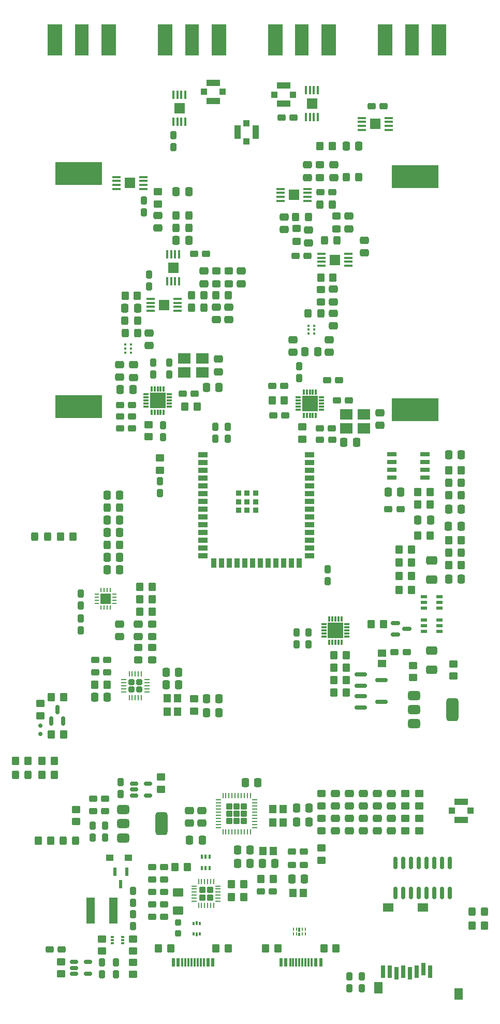
<source format=gbr>
%TF.GenerationSoftware,KiCad,Pcbnew,8.0.7*%
%TF.CreationDate,2025-02-17T14:25:55+00:00*%
%TF.ProjectId,PCB V3.1,50434220-5633-42e3-912e-6b696361645f,rev?*%
%TF.SameCoordinates,Original*%
%TF.FileFunction,Paste,Top*%
%TF.FilePolarity,Positive*%
%FSLAX46Y46*%
G04 Gerber Fmt 4.6, Leading zero omitted, Abs format (unit mm)*
G04 Created by KiCad (PCBNEW 8.0.7) date 2025-02-17 14:25:55*
%MOMM*%
%LPD*%
G01*
G04 APERTURE LIST*
G04 Aperture macros list*
%AMRoundRect*
0 Rectangle with rounded corners*
0 $1 Rounding radius*
0 $2 $3 $4 $5 $6 $7 $8 $9 X,Y pos of 4 corners*
0 Add a 4 corners polygon primitive as box body*
4,1,4,$2,$3,$4,$5,$6,$7,$8,$9,$2,$3,0*
0 Add four circle primitives for the rounded corners*
1,1,$1+$1,$2,$3*
1,1,$1+$1,$4,$5*
1,1,$1+$1,$6,$7*
1,1,$1+$1,$8,$9*
0 Add four rect primitives between the rounded corners*
20,1,$1+$1,$2,$3,$4,$5,0*
20,1,$1+$1,$4,$5,$6,$7,0*
20,1,$1+$1,$6,$7,$8,$9,0*
20,1,$1+$1,$8,$9,$2,$3,0*%
G04 Aperture macros list end*
%ADD10RoundRect,0.250000X-0.400000X-0.275000X0.400000X-0.275000X0.400000X0.275000X-0.400000X0.275000X0*%
%ADD11RoundRect,0.250000X-0.450000X0.350000X-0.450000X-0.350000X0.450000X-0.350000X0.450000X0.350000X0*%
%ADD12RoundRect,0.250000X-0.325000X-0.450000X0.325000X-0.450000X0.325000X0.450000X-0.325000X0.450000X0*%
%ADD13R,0.450000X1.400000*%
%ADD14R,1.750000X1.750000*%
%ADD15RoundRect,0.250000X0.450000X-0.325000X0.450000X0.325000X-0.450000X0.325000X-0.450000X-0.325000X0*%
%ADD16RoundRect,0.250000X-0.350000X-0.450000X0.350000X-0.450000X0.350000X0.450000X-0.350000X0.450000X0*%
%ADD17R,1.528000X0.650000*%
%ADD18RoundRect,0.250000X-0.337500X-0.475000X0.337500X-0.475000X0.337500X0.475000X-0.337500X0.475000X0*%
%ADD19RoundRect,0.250000X0.275000X-0.400000X0.275000X0.400000X-0.275000X0.400000X-0.275000X-0.400000X0*%
%ADD20RoundRect,0.250000X0.400000X0.275000X-0.400000X0.275000X-0.400000X-0.275000X0.400000X-0.275000X0*%
%ADD21RoundRect,0.237500X0.237500X-0.287500X0.237500X0.287500X-0.237500X0.287500X-0.237500X-0.287500X0*%
%ADD22R,1.000000X1.000000*%
%ADD23R,2.200000X1.050000*%
%ADD24R,2.100000X1.800000*%
%ADD25RoundRect,0.250000X0.350000X0.450000X-0.350000X0.450000X-0.350000X-0.450000X0.350000X-0.450000X0*%
%ADD26RoundRect,0.250000X-0.450000X0.325000X-0.450000X-0.325000X0.450000X-0.325000X0.450000X0.325000X0*%
%ADD27RoundRect,0.250000X0.475000X-0.337500X0.475000X0.337500X-0.475000X0.337500X-0.475000X-0.337500X0*%
%ADD28RoundRect,0.100000X0.100000X-0.225000X0.100000X0.225000X-0.100000X0.225000X-0.100000X-0.225000X0*%
%ADD29RoundRect,0.250000X0.337500X0.475000X-0.337500X0.475000X-0.337500X-0.475000X0.337500X-0.475000X0*%
%ADD30RoundRect,0.250000X-0.475000X0.337500X-0.475000X-0.337500X0.475000X-0.337500X0.475000X0.337500X0*%
%ADD31R,1.400000X0.450000*%
%ADD32RoundRect,0.250000X0.325000X0.450000X-0.325000X0.450000X-0.325000X-0.450000X0.325000X-0.450000X0*%
%ADD33R,0.950000X0.300000*%
%ADD34R,0.300000X0.950000*%
%ADD35R,2.500000X2.500000*%
%ADD36RoundRect,0.250000X-0.275000X0.400000X-0.275000X-0.400000X0.275000X-0.400000X0.275000X0.400000X0*%
%ADD37RoundRect,0.162500X-0.837500X-0.162500X0.837500X-0.162500X0.837500X0.162500X-0.837500X0.162500X0*%
%ADD38RoundRect,0.250000X-0.275000X-0.275000X0.275000X-0.275000X0.275000X0.275000X-0.275000X0.275000X0*%
%ADD39RoundRect,0.062500X-0.350000X-0.062500X0.350000X-0.062500X0.350000X0.062500X-0.350000X0.062500X0*%
%ADD40RoundRect,0.062500X-0.062500X-0.350000X0.062500X-0.350000X0.062500X0.350000X-0.062500X0.350000X0*%
%ADD41R,0.600000X1.450000*%
%ADD42R,0.300000X1.450000*%
%ADD43R,0.475000X0.300000*%
%ADD44RoundRect,0.250000X0.450000X-0.350000X0.450000X0.350000X-0.450000X0.350000X-0.450000X-0.350000X0*%
%ADD45R,7.620000X3.810000*%
%ADD46R,1.100000X0.550000*%
%ADD47RoundRect,0.150000X-0.587500X-0.150000X0.587500X-0.150000X0.587500X0.150000X-0.587500X0.150000X0*%
%ADD48R,1.200000X1.400000*%
%ADD49RoundRect,0.250000X0.650000X-0.412500X0.650000X0.412500X-0.650000X0.412500X-0.650000X-0.412500X0*%
%ADD50RoundRect,0.150000X0.200000X-0.150000X0.200000X0.150000X-0.200000X0.150000X-0.200000X-0.150000X0*%
%ADD51R,0.330000X0.410000*%
%ADD52RoundRect,0.250001X0.624999X-0.462499X0.624999X0.462499X-0.624999X0.462499X-0.624999X-0.462499X0*%
%ADD53RoundRect,0.093750X0.093750X-0.156250X0.093750X0.156250X-0.093750X0.156250X-0.093750X-0.156250X0*%
%ADD54RoundRect,0.075000X0.075000X-0.250000X0.075000X0.250000X-0.075000X0.250000X-0.075000X-0.250000X0*%
%ADD55R,1.050000X2.200000*%
%ADD56RoundRect,0.250000X0.279307X-0.279307X0.279307X0.279307X-0.279307X0.279307X-0.279307X-0.279307X0*%
%ADD57RoundRect,0.062500X0.062500X-0.375000X0.062500X0.375000X-0.062500X0.375000X-0.062500X-0.375000X0*%
%ADD58RoundRect,0.062500X0.375000X-0.062500X0.375000X0.062500X-0.375000X0.062500X-0.375000X-0.062500X0*%
%ADD59R,1.200000X1.450000*%
%ADD60R,0.558800X1.320800*%
%ADD61R,2.290000X5.080000*%
%ADD62R,2.420000X5.080000*%
%ADD63R,1.400000X4.200000*%
%ADD64RoundRect,0.250000X0.255000X-0.255000X0.255000X0.255000X-0.255000X0.255000X-0.255000X-0.255000X0*%
%ADD65RoundRect,0.062500X0.062500X-0.350000X0.062500X0.350000X-0.062500X0.350000X-0.062500X-0.350000X0*%
%ADD66RoundRect,0.062500X0.350000X-0.062500X0.350000X0.062500X-0.350000X0.062500X-0.350000X-0.062500X0*%
%ADD67R,0.800000X2.000000*%
%ADD68R,1.800000X1.400000*%
%ADD69R,1.400000X1.900000*%
%ADD70RoundRect,0.150000X-0.512500X-0.150000X0.512500X-0.150000X0.512500X0.150000X-0.512500X0.150000X0*%
%ADD71RoundRect,0.375000X-0.625000X-0.375000X0.625000X-0.375000X0.625000X0.375000X-0.625000X0.375000X0*%
%ADD72RoundRect,0.500000X-0.500000X-1.400000X0.500000X-1.400000X0.500000X1.400000X-0.500000X1.400000X0*%
%ADD73R,0.250000X0.625000*%
%ADD74R,0.450000X0.700000*%
%ADD75R,0.450000X0.575000*%
%ADD76RoundRect,0.150000X0.150000X-0.825000X0.150000X0.825000X-0.150000X0.825000X-0.150000X-0.825000X0*%
%ADD77RoundRect,0.250000X-0.650000X0.412500X-0.650000X-0.412500X0.650000X-0.412500X0.650000X0.412500X0*%
%ADD78R,1.450000X1.200000*%
%ADD79R,0.254000X0.762000*%
%ADD80R,0.762000X0.254000*%
%ADD81R,1.752600X1.752600*%
%ADD82RoundRect,0.150000X0.150000X-0.587500X0.150000X0.587500X-0.150000X0.587500X-0.150000X-0.587500X0*%
%ADD83R,1.498600X0.889000*%
%ADD84R,0.889000X1.498600*%
%ADD85R,0.889000X0.889000*%
%ADD86R,1.143000X1.092200*%
G04 APERTURE END LIST*
D10*
%TO.C,C24*%
X92628500Y-84339200D03*
X94578500Y-84339200D03*
%TD*%
D11*
%TO.C,R31*%
X94492500Y-134266200D03*
X94492500Y-136266200D03*
%TD*%
D12*
%TO.C,D3*%
X65254500Y-146696200D03*
X67304500Y-146696200D03*
%TD*%
D13*
%TO.C,U13*%
X92034000Y-61554000D03*
X91384000Y-61554000D03*
X90734000Y-61554000D03*
X90084000Y-61554000D03*
X90084000Y-65954000D03*
X90734000Y-65954000D03*
X91384000Y-65954000D03*
X92034000Y-65954000D03*
D14*
X91059000Y-63754000D03*
%TD*%
D15*
%TO.C,L26*%
X115062000Y-49022000D03*
X115062000Y-46972000D03*
%TD*%
D16*
%TO.C,R35*%
X85608500Y-117994200D03*
X87608500Y-117994200D03*
%TD*%
%TO.C,R51*%
X115199500Y-65416200D03*
X117199500Y-65416200D03*
%TD*%
D17*
%TO.C,U19*%
X132245500Y-98055200D03*
X132245500Y-96785200D03*
X132245500Y-95515200D03*
X132245500Y-94245200D03*
X126823500Y-94245200D03*
X126823500Y-95515200D03*
X126823500Y-96785200D03*
X126823500Y-98055200D03*
%TD*%
D18*
%TO.C,C43*%
X96503000Y-136536200D03*
X98578000Y-136536200D03*
%TD*%
D19*
%TO.C,C22*%
X97921500Y-91752500D03*
X97921500Y-89802500D03*
%TD*%
D12*
%TO.C,L18*%
X115815000Y-59309000D03*
X117865000Y-59309000D03*
%TD*%
D20*
%TO.C,C2*%
X89552500Y-165841200D03*
X87602500Y-165841200D03*
%TD*%
D21*
%TO.C,FB1*%
X91879500Y-172558200D03*
X91879500Y-170808200D03*
%TD*%
D16*
%TO.C,R50*%
X131090500Y-100468200D03*
X133090500Y-100468200D03*
%TD*%
D22*
%TO.C,AE6*%
X110623500Y-35487200D03*
D23*
X109123500Y-36962200D03*
D22*
X107623500Y-35487200D03*
D23*
X109123500Y-34012200D03*
%TD*%
D12*
%TO.C,D8*%
X136113500Y-98944200D03*
X138163500Y-98944200D03*
%TD*%
%TO.C,L16*%
X91552500Y-57288200D03*
X93602500Y-57288200D03*
%TD*%
D24*
%TO.C,Y1*%
X92905500Y-80917200D03*
X95805500Y-80917200D03*
X95805500Y-78617200D03*
X92905500Y-78617200D03*
%TD*%
D18*
%TO.C,C26*%
X96471500Y-83323200D03*
X98546500Y-83323200D03*
%TD*%
D25*
%TO.C,R45*%
X119358500Y-129170200D03*
X117358500Y-129170200D03*
%TD*%
D10*
%TO.C,C56*%
X110519500Y-159230500D03*
X112469500Y-159230500D03*
%TD*%
D26*
%TO.C,L6*%
X85354500Y-125859200D03*
X85354500Y-127909200D03*
%TD*%
D27*
%TO.C,C108*%
X116580500Y-77629700D03*
X116580500Y-75554700D03*
%TD*%
D15*
%TO.C,L24*%
X115183500Y-69362200D03*
X115183500Y-67312200D03*
%TD*%
D28*
%TO.C,Q3*%
X95722500Y-161936200D03*
X96372500Y-161936200D03*
X97022500Y-161936200D03*
X97022500Y-160036200D03*
X96372500Y-160036200D03*
X95722500Y-160036200D03*
%TD*%
D29*
%TO.C,C48*%
X91974000Y-131964200D03*
X89899000Y-131964200D03*
%TD*%
D11*
%TO.C,R26*%
X131312500Y-149728200D03*
X131312500Y-151728200D03*
%TD*%
D30*
%TO.C,C53*%
X100164000Y-70183000D03*
X100164000Y-72258000D03*
%TD*%
D16*
%TO.C,R4*%
X71105500Y-140092200D03*
X73105500Y-140092200D03*
%TD*%
D31*
%TO.C,U17*%
X121879000Y-39284000D03*
X121879000Y-39934000D03*
X121879000Y-40584000D03*
X121879000Y-41234000D03*
X126279000Y-41234000D03*
X126279000Y-40584000D03*
X126279000Y-39934000D03*
X126279000Y-39284000D03*
D14*
X124079000Y-40259000D03*
%TD*%
D12*
%TO.C,L21*%
X111116000Y-55499000D03*
X113166000Y-55499000D03*
%TD*%
D32*
%TO.C,L25*%
X121421000Y-49013000D03*
X119371000Y-49013000D03*
%TD*%
D29*
%TO.C,C47*%
X91974000Y-129932200D03*
X89899000Y-129932200D03*
%TD*%
D16*
%TO.C,R44*%
X117358500Y-127138200D03*
X119358500Y-127138200D03*
%TD*%
D20*
%TO.C,C68*%
X84291500Y-90015500D03*
X82341500Y-90015500D03*
%TD*%
D19*
%TO.C,C32*%
X87761500Y-81211500D03*
X87761500Y-79261500D03*
%TD*%
D33*
%TO.C,IC4*%
X115696500Y-122074200D03*
X115696500Y-122574200D03*
X115696500Y-123074200D03*
X115696500Y-123574200D03*
X115696500Y-124074200D03*
D34*
X116596500Y-124974200D03*
X117096500Y-124974200D03*
X117596500Y-124974200D03*
X118096500Y-124974200D03*
X118596500Y-124974200D03*
D33*
X119496500Y-124074200D03*
X119496500Y-123574200D03*
X119496500Y-123074200D03*
X119496500Y-122574200D03*
X119496500Y-122074200D03*
D34*
X118596500Y-121174200D03*
X118096500Y-121174200D03*
X117596500Y-121174200D03*
X117096500Y-121174200D03*
X116596500Y-121174200D03*
D35*
X117596500Y-123074200D03*
%TD*%
D32*
%TO.C,L15*%
X82299500Y-103008200D03*
X80249500Y-103008200D03*
%TD*%
D18*
%TO.C,C104*%
X112622000Y-77481200D03*
X114697000Y-77481200D03*
%TD*%
D36*
%TO.C,C94*%
X86233000Y-52746000D03*
X86233000Y-54696000D03*
%TD*%
D18*
%TO.C,C42*%
X96503000Y-134250200D03*
X98578000Y-134250200D03*
%TD*%
D34*
%TO.C,IC6*%
X112405500Y-87890200D03*
X112905500Y-87890200D03*
X113405500Y-87890200D03*
X113905500Y-87890200D03*
X114405500Y-87890200D03*
D33*
X115305500Y-86990200D03*
X115305500Y-86490200D03*
X115305500Y-85990200D03*
X115305500Y-85490200D03*
X115305500Y-84990200D03*
D34*
X114405500Y-84090200D03*
X113905500Y-84090200D03*
X113405500Y-84090200D03*
X112905500Y-84090200D03*
X112405500Y-84090200D03*
D33*
X111505500Y-84990200D03*
X111505500Y-85490200D03*
X111505500Y-85990200D03*
X111505500Y-86490200D03*
X111505500Y-86990200D03*
D35*
X113405500Y-85990200D03*
%TD*%
D20*
%TO.C,C7*%
X89552500Y-169905200D03*
X87602500Y-169905200D03*
%TD*%
D30*
%TO.C,C97*%
X109220000Y-55477500D03*
X109220000Y-57552500D03*
%TD*%
D20*
%TO.C,C4*%
X89552500Y-167873200D03*
X87602500Y-167873200D03*
%TD*%
D30*
%TO.C,C121*%
X113030000Y-46959500D03*
X113030000Y-49034500D03*
%TD*%
D11*
%TO.C,R20*%
X84513500Y-177287200D03*
X84513500Y-179287200D03*
%TD*%
D27*
%TO.C,C49*%
X85354500Y-124111700D03*
X85354500Y-122036700D03*
%TD*%
D30*
%TO.C,C29*%
X126740500Y-153786700D03*
X126740500Y-155861700D03*
%TD*%
D18*
%TO.C,C99*%
X136101000Y-114692200D03*
X138176000Y-114692200D03*
%TD*%
D37*
%TO.C,Q5*%
X121728500Y-130252200D03*
X121728500Y-132152200D03*
X125148500Y-131202200D03*
%TD*%
D38*
%TO.C,U6*%
X95801500Y-165445200D03*
X95801500Y-166745200D03*
X97101500Y-165445200D03*
X97101500Y-166745200D03*
D39*
X94514000Y-164845200D03*
X94514000Y-165345200D03*
X94514000Y-165845200D03*
X94514000Y-166345200D03*
X94514000Y-166845200D03*
X94514000Y-167345200D03*
D40*
X95201500Y-168032700D03*
X95701500Y-168032700D03*
X96201500Y-168032700D03*
X96701500Y-168032700D03*
X97201500Y-168032700D03*
X97701500Y-168032700D03*
D39*
X98389000Y-167345200D03*
X98389000Y-166845200D03*
X98389000Y-166345200D03*
X98389000Y-165845200D03*
X98389000Y-165345200D03*
X98389000Y-164845200D03*
D40*
X97701500Y-164157700D03*
X97201500Y-164157700D03*
X96701500Y-164157700D03*
X96201500Y-164157700D03*
X95701500Y-164157700D03*
X95201500Y-164157700D03*
%TD*%
D41*
%TO.C,USB_OTG1*%
X108693500Y-177342200D03*
X109493500Y-177342200D03*
D42*
X110693500Y-177342200D03*
X111693500Y-177342200D03*
X112193500Y-177342200D03*
X113193500Y-177342200D03*
D41*
X114393500Y-177342200D03*
X115193500Y-177342200D03*
X115193500Y-177342200D03*
X114393500Y-177342200D03*
D42*
X113693500Y-177342200D03*
X112693500Y-177342200D03*
X111193500Y-177342200D03*
X110193500Y-177342200D03*
D41*
X109493500Y-177342200D03*
X108693500Y-177342200D03*
%TD*%
D16*
%TO.C,R59*%
X72654500Y-107707200D03*
X74654500Y-107707200D03*
%TD*%
D19*
%TO.C,C25*%
X87116500Y-66860500D03*
X87116500Y-64910500D03*
%TD*%
D41*
%TO.C,USB_UART1*%
X91053500Y-177342200D03*
X91853500Y-177342200D03*
D42*
X93053500Y-177342200D03*
X94053500Y-177342200D03*
X94553500Y-177342200D03*
X95553500Y-177342200D03*
D41*
X96753500Y-177342200D03*
X97553500Y-177342200D03*
X97553500Y-177342200D03*
X96753500Y-177342200D03*
D42*
X96053500Y-177342200D03*
X95053500Y-177342200D03*
X93553500Y-177342200D03*
X92553500Y-177342200D03*
D41*
X91853500Y-177342200D03*
X91053500Y-177342200D03*
%TD*%
D43*
%TO.C,IC1*%
X81135500Y-173215200D03*
X81135500Y-173715200D03*
X81135500Y-174215200D03*
X82811500Y-174215200D03*
X82811500Y-173715200D03*
X82811500Y-173215200D03*
%TD*%
D26*
%TO.C,L9*%
X115310500Y-149719200D03*
X115310500Y-151769200D03*
%TD*%
D32*
%TO.C,L22*%
X117103000Y-53467000D03*
X115053000Y-53467000D03*
%TD*%
D18*
%TO.C,C84*%
X91540000Y-51319200D03*
X93615000Y-51319200D03*
%TD*%
D30*
%TO.C,C38*%
X117596500Y-153770700D03*
X117596500Y-155845700D03*
%TD*%
D25*
%TO.C,R16*%
X71606500Y-144410200D03*
X69606500Y-144410200D03*
%TD*%
D44*
%TO.C,R21*%
X130296500Y-130797200D03*
X130296500Y-128797200D03*
%TD*%
D18*
%TO.C,C69*%
X80237000Y-113168200D03*
X82312000Y-113168200D03*
%TD*%
D29*
%TO.C,C44*%
X107722000Y-161135500D03*
X105647000Y-161135500D03*
%TD*%
D15*
%TO.C,L11*%
X98132000Y-66382000D03*
X98132000Y-64332000D03*
%TD*%
D16*
%TO.C,R18*%
X100604500Y-164564500D03*
X102604500Y-164564500D03*
%TD*%
D45*
%TO.C,AE4*%
X130623500Y-48887200D03*
X130623500Y-86987200D03*
%TD*%
D20*
%TO.C,C14*%
X89552500Y-161777200D03*
X87602500Y-161777200D03*
%TD*%
D25*
%TO.C,R53*%
X117078000Y-43933000D03*
X115078000Y-43933000D03*
%TD*%
D19*
%TO.C,C17*%
X119882500Y-181580200D03*
X119882500Y-179630200D03*
%TD*%
D18*
%TO.C,C81*%
X80237000Y-100976200D03*
X82312000Y-100976200D03*
%TD*%
D45*
%TO.C,AE2*%
X75623500Y-48417200D03*
X75623500Y-86517200D03*
%TD*%
D30*
%TO.C,C90*%
X124835500Y-87492700D03*
X124835500Y-89567700D03*
%TD*%
D31*
%TO.C,U14*%
X115275000Y-61509000D03*
X115275000Y-62159000D03*
X115275000Y-62809000D03*
X115275000Y-63459000D03*
X119675000Y-63459000D03*
X119675000Y-62809000D03*
X119675000Y-62159000D03*
X119675000Y-61509000D03*
D14*
X117475000Y-62484000D03*
%TD*%
D20*
%TO.C,C13*%
X89552500Y-163809200D03*
X87602500Y-163809200D03*
%TD*%
D32*
%TO.C,L13*%
X85220500Y-72401200D03*
X83170500Y-72401200D03*
%TD*%
D46*
%TO.C,IC7*%
X132044500Y-117552200D03*
X132044500Y-118502200D03*
X132044500Y-119452200D03*
X134644500Y-119452200D03*
X134644500Y-118502200D03*
X134644500Y-117552200D03*
%TD*%
D29*
%TO.C,C115*%
X138176000Y-94372200D03*
X136101000Y-94372200D03*
%TD*%
D16*
%TO.C,R54*%
X131074500Y-107580200D03*
X133074500Y-107580200D03*
%TD*%
D18*
%TO.C,C23*%
X78215000Y-133996200D03*
X80290000Y-133996200D03*
%TD*%
D47*
%TO.C,Q7*%
X127405500Y-121870200D03*
X127405500Y-123770200D03*
X129280500Y-122820200D03*
%TD*%
D48*
%TO.C,Y2*%
X91786500Y-136366200D03*
X91786500Y-134166200D03*
X90086500Y-134166200D03*
X90086500Y-136366200D03*
%TD*%
D25*
%TO.C,R49*%
X138138500Y-96912200D03*
X136138500Y-96912200D03*
%TD*%
D49*
%TO.C,C98*%
X133344500Y-114730700D03*
X133344500Y-111605700D03*
%TD*%
D37*
%TO.C,Q6*%
X121728500Y-133808200D03*
X121728500Y-135708200D03*
X125148500Y-134758200D03*
%TD*%
D16*
%TO.C,R40*%
X117358500Y-131202200D03*
X119358500Y-131202200D03*
%TD*%
D19*
%TO.C,C39*%
X90418500Y-81211500D03*
X90418500Y-79261500D03*
%TD*%
D30*
%TO.C,C36*%
X119882500Y-149706700D03*
X119882500Y-151781700D03*
%TD*%
D44*
%TO.C,R27*%
X131312500Y-155808200D03*
X131312500Y-153808200D03*
%TD*%
D20*
%TO.C,C66*%
X84291500Y-88110500D03*
X82341500Y-88110500D03*
%TD*%
D10*
%TO.C,C72*%
X94488000Y-61468000D03*
X96438000Y-61468000D03*
%TD*%
%TO.C,C91*%
X117860500Y-85482200D03*
X119810500Y-85482200D03*
%TD*%
D19*
%TO.C,C16*%
X84513500Y-167578200D03*
X84513500Y-165628200D03*
%TD*%
D16*
%TO.C,R43*%
X123454500Y-122058200D03*
X125454500Y-122058200D03*
%TD*%
D36*
%TO.C,C5*%
X79433500Y-177312200D03*
X79433500Y-179262200D03*
%TD*%
D50*
%TO.C,D1*%
X69311500Y-138630200D03*
X69311500Y-140030200D03*
%TD*%
D51*
%TO.C,FL2*%
X113151500Y-73240200D03*
X113151500Y-73900200D03*
X113151500Y-74560200D03*
X114141500Y-74560200D03*
X114141500Y-73900200D03*
X114141500Y-73240200D03*
%TD*%
D30*
%TO.C,C82*%
X88513500Y-55213200D03*
X88513500Y-57288200D03*
%TD*%
D18*
%TO.C,C117*%
X126211000Y-100468200D03*
X128286000Y-100468200D03*
%TD*%
D52*
%TO.C,F1*%
X91879500Y-168852700D03*
X91879500Y-165877700D03*
%TD*%
D18*
%TO.C,C89*%
X118972000Y-92340200D03*
X121047000Y-92340200D03*
%TD*%
D16*
%TO.C,R34*%
X85608500Y-120026200D03*
X87608500Y-120026200D03*
%TD*%
D53*
%TO.C,U2*%
X94360500Y-172699200D03*
D54*
X94898000Y-172774200D03*
D53*
X95435500Y-172699200D03*
X95435500Y-170999200D03*
D54*
X94898000Y-170924200D03*
D53*
X94360500Y-170999200D03*
%TD*%
D11*
%TO.C,R39*%
X88513500Y-51335200D03*
X88513500Y-53335200D03*
%TD*%
D18*
%TO.C,C120*%
X131058500Y-105040200D03*
X133133500Y-105040200D03*
%TD*%
D15*
%TO.C,L19*%
X111252000Y-59445000D03*
X111252000Y-57395000D03*
%TD*%
D29*
%TO.C,C102*%
X138154500Y-106056200D03*
X136079500Y-106056200D03*
%TD*%
D24*
%TO.C,Y4*%
X119374500Y-90068200D03*
X122274500Y-90068200D03*
X122274500Y-87768200D03*
X119374500Y-87768200D03*
%TD*%
D19*
%TO.C,C15*%
X84513500Y-171388200D03*
X84513500Y-169438200D03*
%TD*%
D12*
%TO.C,L4*%
X94059000Y-70310000D03*
X96109000Y-70310000D03*
%TD*%
D16*
%TO.C,R17*%
X100614500Y-166684800D03*
X102614500Y-166684800D03*
%TD*%
D20*
%TO.C,C11*%
X79900500Y-150601200D03*
X77950500Y-150601200D03*
%TD*%
D36*
%TO.C,C67*%
X75940500Y-121083200D03*
X75940500Y-123033200D03*
%TD*%
D30*
%TO.C,C45*%
X98132000Y-70183000D03*
X98132000Y-72258000D03*
%TD*%
D22*
%TO.C,J7*%
X103055500Y-43135200D03*
D55*
X101580500Y-41635200D03*
D22*
X103055500Y-40135200D03*
D55*
X104530500Y-41635200D03*
%TD*%
D29*
%TO.C,C78*%
X82312000Y-107072200D03*
X80237000Y-107072200D03*
%TD*%
D56*
%TO.C,IC3*%
X100232500Y-154224200D03*
X101432500Y-154224200D03*
X102632500Y-154224200D03*
X100232500Y-153024200D03*
X101432500Y-153024200D03*
X102632500Y-153024200D03*
X100232500Y-151824200D03*
X101432500Y-151824200D03*
X102632500Y-151824200D03*
D57*
X99182500Y-155961700D03*
X99682500Y-155961700D03*
X100182500Y-155961700D03*
X100682500Y-155961700D03*
X101182500Y-155961700D03*
X101682500Y-155961700D03*
X102182500Y-155961700D03*
X102682500Y-155961700D03*
X103182500Y-155961700D03*
X103682500Y-155961700D03*
D58*
X104370000Y-155274200D03*
X104370000Y-154774200D03*
X104370000Y-154274200D03*
X104370000Y-153774200D03*
X104370000Y-153274200D03*
X104370000Y-152774200D03*
X104370000Y-152274200D03*
X104370000Y-151774200D03*
X104370000Y-151274200D03*
X104370000Y-150774200D03*
D57*
X103682500Y-150086700D03*
X103182500Y-150086700D03*
X102682500Y-150086700D03*
X102182500Y-150086700D03*
X101682500Y-150086700D03*
X101182500Y-150086700D03*
X100682500Y-150086700D03*
X100182500Y-150086700D03*
X99682500Y-150086700D03*
X99182500Y-150086700D03*
D58*
X98495000Y-150774200D03*
X98495000Y-151274200D03*
X98495000Y-151774200D03*
X98495000Y-152274200D03*
X98495000Y-152774200D03*
X98495000Y-153274200D03*
X98495000Y-153774200D03*
X98495000Y-154274200D03*
X98495000Y-154774200D03*
X98495000Y-155274200D03*
%TD*%
D19*
%TO.C,C6*%
X79941500Y-156910200D03*
X79941500Y-154960200D03*
%TD*%
D10*
%TO.C,C92*%
X115097500Y-91920500D03*
X117047500Y-91920500D03*
%TD*%
D20*
%TO.C,C70*%
X84291500Y-86205500D03*
X82341500Y-86205500D03*
%TD*%
D30*
%TO.C,C54*%
X102196000Y-64319500D03*
X102196000Y-66394500D03*
%TD*%
D11*
%TO.C,R19*%
X84513500Y-173477200D03*
X84513500Y-175477200D03*
%TD*%
D27*
%TO.C,C28*%
X126740500Y-151781700D03*
X126740500Y-149706700D03*
%TD*%
D25*
%TO.C,R47*%
X109249500Y-85482200D03*
X107249500Y-85482200D03*
%TD*%
D30*
%TO.C,C100*%
X119761000Y-55350500D03*
X119761000Y-57425500D03*
%TD*%
D32*
%TO.C,D5*%
X141989500Y-169048200D03*
X139939500Y-169048200D03*
%TD*%
D36*
%TO.C,C60*%
X89402500Y-89548500D03*
X89402500Y-91498500D03*
%TD*%
D59*
%TO.C,FB2*%
X107430500Y-159103500D03*
X105730500Y-159103500D03*
%TD*%
D18*
%TO.C,C80*%
X91540000Y-59320200D03*
X93615000Y-59320200D03*
%TD*%
D10*
%TO.C,C93*%
X127289500Y-126630200D03*
X129239500Y-126630200D03*
%TD*%
D60*
%TO.C,Q1*%
X83446700Y-162539200D03*
X81516300Y-162539200D03*
X82481500Y-164571200D03*
%TD*%
D61*
%TO.C,AE7*%
X94123500Y-26557200D03*
D62*
X98503500Y-26557200D03*
X89743500Y-26557200D03*
%TD*%
D19*
%TO.C,C110*%
X111627500Y-81846500D03*
X111627500Y-79896500D03*
%TD*%
D10*
%TO.C,C87*%
X115056500Y-90015500D03*
X117006500Y-90015500D03*
%TD*%
D11*
%TO.C,R12*%
X79433500Y-173477200D03*
X79433500Y-175477200D03*
%TD*%
D10*
%TO.C,C58*%
X105439500Y-165707500D03*
X107389500Y-165707500D03*
%TD*%
D22*
%TO.C,J5*%
X136656500Y-152538200D03*
D23*
X138156500Y-151063200D03*
D22*
X139656500Y-152538200D03*
D23*
X138156500Y-154013200D03*
%TD*%
D11*
%TO.C,R23*%
X88904500Y-94896200D03*
X88904500Y-96896200D03*
%TD*%
D16*
%TO.C,R15*%
X69606500Y-146696200D03*
X71606500Y-146696200D03*
%TD*%
D25*
%TO.C,R52*%
X133074500Y-102500200D03*
X131074500Y-102500200D03*
%TD*%
D27*
%TO.C,C46*%
X96100000Y-66394500D03*
X96100000Y-64319500D03*
%TD*%
D32*
%TO.C,D6*%
X138163500Y-110374200D03*
X136113500Y-110374200D03*
%TD*%
D46*
%TO.C,IC5*%
X132044500Y-121362200D03*
X132044500Y-122312200D03*
X132044500Y-123262200D03*
X134644500Y-123262200D03*
X134644500Y-122312200D03*
X134644500Y-121362200D03*
%TD*%
D16*
%TO.C,R36*%
X105414500Y-163675500D03*
X107414500Y-163675500D03*
%TD*%
D29*
%TO.C,C57*%
X112532000Y-163675500D03*
X110457000Y-163675500D03*
%TD*%
D18*
%TO.C,C123*%
X119358500Y-43933000D03*
X121433500Y-43933000D03*
%TD*%
D30*
%TO.C,C116*%
X117215500Y-67299700D03*
X117215500Y-69374700D03*
%TD*%
D20*
%TO.C,C1*%
X72788500Y-175239200D03*
X70838500Y-175239200D03*
%TD*%
D63*
%TO.C,L1*%
X77583500Y-168889200D03*
X81283500Y-168889200D03*
%TD*%
D25*
%TO.C,R55*%
X130026500Y-114184200D03*
X128026500Y-114184200D03*
%TD*%
D30*
%TO.C,C118*%
X117348000Y-46959500D03*
X117348000Y-49034500D03*
%TD*%
D12*
%TO.C,L7*%
X97996000Y-68278000D03*
X100046000Y-68278000D03*
%TD*%
D19*
%TO.C,C3*%
X77909500Y-156910200D03*
X77909500Y-154960200D03*
%TD*%
D44*
%TO.C,R1*%
X89085500Y-149045200D03*
X89085500Y-147045200D03*
%TD*%
D10*
%TO.C,C119*%
X126273500Y-103262200D03*
X128223500Y-103262200D03*
%TD*%
D36*
%TO.C,C86*%
X113157000Y-123369200D03*
X113157000Y-125319200D03*
%TD*%
D27*
%TO.C,C62*%
X82290500Y-81693700D03*
X82290500Y-79618700D03*
%TD*%
D31*
%TO.C,U16*%
X113030000Y-52832000D03*
X113030000Y-52182000D03*
X113030000Y-51532000D03*
X113030000Y-50882000D03*
X108630000Y-50882000D03*
X108630000Y-51532000D03*
X108630000Y-52182000D03*
X108630000Y-52832000D03*
D14*
X110830000Y-51857000D03*
%TD*%
D64*
%TO.C,U10*%
X84237500Y-132748700D03*
X85487500Y-132748700D03*
X84237500Y-131498700D03*
X85487500Y-131498700D03*
D65*
X83862500Y-134061200D03*
X84362500Y-134061200D03*
X84862500Y-134061200D03*
X85362500Y-134061200D03*
X85862500Y-134061200D03*
D66*
X86800000Y-133123700D03*
X86800000Y-132623700D03*
X86800000Y-132123700D03*
X86800000Y-131623700D03*
X86800000Y-131123700D03*
D65*
X85862500Y-130186200D03*
X85362500Y-130186200D03*
X84862500Y-130186200D03*
X84362500Y-130186200D03*
X83862500Y-130186200D03*
D66*
X82925000Y-131123700D03*
X82925000Y-131623700D03*
X82925000Y-132123700D03*
X82925000Y-132623700D03*
X82925000Y-133123700D03*
%TD*%
D15*
%TO.C,L20*%
X117729000Y-57413000D03*
X117729000Y-55363000D03*
%TD*%
D20*
%TO.C,C88*%
X112989000Y-61849000D03*
X111039000Y-61849000D03*
%TD*%
D27*
%TO.C,C33*%
X122168500Y-151781700D03*
X122168500Y-149706700D03*
%TD*%
D61*
%TO.C,AE1*%
X76123500Y-26557200D03*
D62*
X80503500Y-26557200D03*
X71743500Y-26557200D03*
%TD*%
D18*
%TO.C,C77*%
X83158000Y-70369200D03*
X85233000Y-70369200D03*
%TD*%
D16*
%TO.C,R2*%
X69035500Y-157459200D03*
X71035500Y-157459200D03*
%TD*%
%TO.C,R14*%
X65304500Y-144410200D03*
X67304500Y-144410200D03*
%TD*%
%TO.C,R57*%
X128010500Y-109866200D03*
X130010500Y-109866200D03*
%TD*%
D59*
%TO.C,FB3*%
X112344500Y-165961500D03*
X110644500Y-165961500D03*
%TD*%
D12*
%TO.C,L5*%
X94059000Y-68278000D03*
X96109000Y-68278000D03*
%TD*%
D67*
%TO.C,J3*%
X133113500Y-178866000D03*
X132013500Y-178466000D03*
X130913500Y-178866000D03*
X129813500Y-179066000D03*
X128713500Y-178866000D03*
X127613500Y-179066000D03*
X126513500Y-178866000D03*
X125413500Y-178866000D03*
D68*
X126223500Y-168316000D03*
X131923500Y-168316000D03*
D69*
X124623500Y-181466000D03*
X137773500Y-182466000D03*
%TD*%
D36*
%TO.C,C8*%
X81719500Y-177312200D03*
X81719500Y-179262200D03*
%TD*%
D20*
%TO.C,C12*%
X79900500Y-152633200D03*
X77950500Y-152633200D03*
%TD*%
D32*
%TO.C,L17*%
X93602500Y-55256200D03*
X91552500Y-55256200D03*
%TD*%
D15*
%TO.C,L10*%
X115310500Y-155833200D03*
X115310500Y-153783200D03*
%TD*%
D70*
%TO.C,U1*%
X84646000Y-148127200D03*
X84646000Y-149077200D03*
X84646000Y-150027200D03*
X86921000Y-150027200D03*
X86921000Y-148127200D03*
%TD*%
D36*
%TO.C,C85*%
X111246500Y-123369200D03*
X111246500Y-125319200D03*
%TD*%
D15*
%TO.C,L8*%
X100164000Y-66382000D03*
X100164000Y-64332000D03*
%TD*%
D18*
%TO.C,C75*%
X93720500Y-157364200D03*
X95795500Y-157364200D03*
%TD*%
D27*
%TO.C,C35*%
X117596500Y-151781700D03*
X117596500Y-149706700D03*
%TD*%
D48*
%TO.C,Y3*%
X109037000Y-154488500D03*
X109037000Y-152288500D03*
X107337000Y-152288500D03*
X107337000Y-154488500D03*
%TD*%
D20*
%TO.C,C111*%
X110744000Y-39243000D03*
X108794000Y-39243000D03*
%TD*%
D61*
%TO.C,AE3*%
X130123500Y-26557200D03*
D62*
X134503500Y-26557200D03*
X125743500Y-26557200D03*
%TD*%
D71*
%TO.C,U4*%
X82887500Y-152365200D03*
X82887500Y-154665200D03*
D72*
X89187500Y-154665200D03*
D71*
X82887500Y-156965200D03*
%TD*%
D12*
%TO.C,D2*%
X73074500Y-157459200D03*
X75124500Y-157459200D03*
%TD*%
D16*
%TO.C,R13*%
X91387500Y-161777200D03*
X93387500Y-161777200D03*
%TD*%
D44*
%TO.C,R29*%
X129026500Y-155824200D03*
X129026500Y-153824200D03*
%TD*%
D30*
%TO.C,C51*%
X82306500Y-122036700D03*
X82306500Y-124111700D03*
%TD*%
D20*
%TO.C,C40*%
X80227500Y-129932200D03*
X78277500Y-129932200D03*
%TD*%
D30*
%TO.C,C101*%
X113157000Y-57636500D03*
X113157000Y-59711500D03*
%TD*%
D27*
%TO.C,C65*%
X95752500Y-154591700D03*
X95752500Y-152516700D03*
%TD*%
D15*
%TO.C,L3*%
X87640500Y-124099200D03*
X87640500Y-122049200D03*
%TD*%
D16*
%TO.C,R9*%
X115707500Y-175017200D03*
X117707500Y-175017200D03*
%TD*%
D18*
%TO.C,C76*%
X111235000Y-152118500D03*
X113310000Y-152118500D03*
%TD*%
%TO.C,C74*%
X80237000Y-111136200D03*
X82312000Y-111136200D03*
%TD*%
D25*
%TO.C,R38*%
X85195500Y-68337200D03*
X83195500Y-68337200D03*
%TD*%
D19*
%TO.C,C21*%
X99953500Y-91752500D03*
X99953500Y-89802500D03*
%TD*%
D22*
%TO.C,AE8*%
X96123500Y-35012200D03*
D23*
X97623500Y-33537200D03*
D22*
X99123500Y-35012200D03*
D23*
X97623500Y-36487200D03*
%TD*%
D18*
%TO.C,C50*%
X101567000Y-161135500D03*
X103642000Y-161135500D03*
%TD*%
D11*
%TO.C,R6*%
X69311500Y-135028200D03*
X69311500Y-137028200D03*
%TD*%
%TO.C,R28*%
X129026500Y-149744200D03*
X129026500Y-151744200D03*
%TD*%
D36*
%TO.C,C20*%
X116326500Y-113082200D03*
X116326500Y-115032200D03*
%TD*%
D16*
%TO.C,R41*%
X117358500Y-133234200D03*
X119358500Y-133234200D03*
%TD*%
%TO.C,R3*%
X71121500Y-133996200D03*
X73121500Y-133996200D03*
%TD*%
D31*
%TO.C,U11*%
X87335000Y-68875000D03*
X87335000Y-69525000D03*
X87335000Y-70175000D03*
X87335000Y-70825000D03*
X91735000Y-70825000D03*
X91735000Y-70175000D03*
X91735000Y-69525000D03*
X91735000Y-68875000D03*
D14*
X89535000Y-69850000D03*
%TD*%
D10*
%TO.C,C52*%
X110519500Y-161389500D03*
X112469500Y-161389500D03*
%TD*%
D20*
%TO.C,C103*%
X109351500Y-87895200D03*
X107401500Y-87895200D03*
%TD*%
D29*
%TO.C,C106*%
X138176000Y-103262200D03*
X136101000Y-103262200D03*
%TD*%
D11*
%TO.C,R33*%
X86989500Y-89412500D03*
X86989500Y-91412500D03*
%TD*%
D16*
%TO.C,R24*%
X139964500Y-171334200D03*
X141964500Y-171334200D03*
%TD*%
D11*
%TO.C,R42*%
X112135500Y-89816200D03*
X112135500Y-91816200D03*
%TD*%
D73*
%TO.C,U7*%
X112707500Y-171924200D03*
X112207500Y-171924200D03*
D74*
X111707500Y-171961700D03*
D73*
X111207500Y-171924200D03*
X110707500Y-171924200D03*
X110707500Y-172699200D03*
X111207500Y-172699200D03*
D75*
X111707500Y-172724200D03*
D73*
X112207500Y-172699200D03*
X112707500Y-172699200D03*
%TD*%
D30*
%TO.C,C34*%
X122168500Y-153786700D03*
X122168500Y-155861700D03*
%TD*%
D13*
%TO.C,U18*%
X112776000Y-39157000D03*
X113426000Y-39157000D03*
X114076000Y-39157000D03*
X114726000Y-39157000D03*
X114726000Y-34757000D03*
X114076000Y-34757000D03*
X113426000Y-34757000D03*
X112776000Y-34757000D03*
D14*
X113751000Y-36957000D03*
%TD*%
D12*
%TO.C,L14*%
X80249500Y-109104200D03*
X82299500Y-109104200D03*
%TD*%
D19*
%TO.C,C64*%
X75940500Y-118969200D03*
X75940500Y-117019200D03*
%TD*%
D27*
%TO.C,C30*%
X124454500Y-151781700D03*
X124454500Y-149706700D03*
%TD*%
D76*
%TO.C,U8*%
X127381000Y-165989000D03*
X128651000Y-165989000D03*
X129921000Y-165989000D03*
X131191000Y-165989000D03*
X132461000Y-165989000D03*
X133731000Y-165989000D03*
X135001000Y-165989000D03*
X136271000Y-165989000D03*
X136271000Y-161039000D03*
X135001000Y-161039000D03*
X133731000Y-161039000D03*
X132461000Y-161039000D03*
X131191000Y-161039000D03*
X129921000Y-161039000D03*
X128651000Y-161039000D03*
X127381000Y-161039000D03*
%TD*%
D20*
%TO.C,C109*%
X109224500Y-83069200D03*
X107274500Y-83069200D03*
%TD*%
D29*
%TO.C,C79*%
X82312000Y-105040200D03*
X80237000Y-105040200D03*
%TD*%
D27*
%TO.C,C107*%
X110611500Y-77629700D03*
X110611500Y-75554700D03*
%TD*%
D30*
%TO.C,C27*%
X98419500Y-78708200D03*
X98419500Y-80783200D03*
%TD*%
D16*
%TO.C,R37*%
X85608500Y-115962200D03*
X87608500Y-115962200D03*
%TD*%
D30*
%TO.C,C96*%
X122301000Y-59287500D03*
X122301000Y-61362500D03*
%TD*%
D70*
%TO.C,U3*%
X74861500Y-177271200D03*
X74861500Y-178221200D03*
X74861500Y-179171200D03*
X77136500Y-179171200D03*
X77136500Y-177271200D03*
%TD*%
D27*
%TO.C,C59*%
X93720500Y-154591700D03*
X93720500Y-152516700D03*
%TD*%
D36*
%TO.C,C122*%
X91059000Y-42078000D03*
X91059000Y-44028000D03*
%TD*%
D19*
%TO.C,C18*%
X121882500Y-181580200D03*
X121882500Y-179630200D03*
%TD*%
D77*
%TO.C,C95*%
X133344500Y-126337700D03*
X133344500Y-129462700D03*
%TD*%
D25*
%TO.C,R11*%
X108198500Y-175017200D03*
X106198500Y-175017200D03*
%TD*%
D27*
%TO.C,C63*%
X84576500Y-81715200D03*
X84576500Y-79640200D03*
%TD*%
D16*
%TO.C,R56*%
X128026500Y-116470200D03*
X130026500Y-116470200D03*
%TD*%
D25*
%TO.C,R48*%
X138138500Y-108342200D03*
X136138500Y-108342200D03*
%TD*%
D30*
%TO.C,C31*%
X124454500Y-153786700D03*
X124454500Y-155861700D03*
%TD*%
D78*
%TO.C,FB4*%
X125216500Y-128496200D03*
X125216500Y-126796200D03*
%TD*%
D33*
%TO.C,IC2*%
X90413500Y-86482200D03*
X90413500Y-85982200D03*
X90413500Y-85482200D03*
X90413500Y-84982200D03*
X90413500Y-84482200D03*
D34*
X89513500Y-83582200D03*
X89013500Y-83582200D03*
X88513500Y-83582200D03*
X88013500Y-83582200D03*
X87513500Y-83582200D03*
D33*
X86613500Y-84482200D03*
X86613500Y-84982200D03*
X86613500Y-85482200D03*
X86613500Y-85982200D03*
X86613500Y-86482200D03*
D34*
X87513500Y-87382200D03*
X88013500Y-87382200D03*
X88513500Y-87382200D03*
X89013500Y-87382200D03*
X89513500Y-87382200D03*
D35*
X88513500Y-85482200D03*
%TD*%
D18*
%TO.C,C55*%
X101567000Y-158976500D03*
X103642000Y-158976500D03*
%TD*%
D31*
%TO.C,U15*%
X86147000Y-50886000D03*
X86147000Y-50236000D03*
X86147000Y-49586000D03*
X86147000Y-48936000D03*
X81747000Y-48936000D03*
X81747000Y-49586000D03*
X81747000Y-50236000D03*
X81747000Y-50886000D03*
D14*
X83947000Y-49911000D03*
%TD*%
D36*
%TO.C,C19*%
X88904500Y-98709700D03*
X88904500Y-100659700D03*
%TD*%
D79*
%TO.C,U12*%
X79266499Y-119365800D03*
X79766500Y-119365800D03*
X80266500Y-119365800D03*
X80766501Y-119365800D03*
D80*
X81464300Y-118668001D03*
X81464300Y-118168000D03*
X81464300Y-117668000D03*
X81464300Y-117167999D03*
D79*
X80766501Y-116470200D03*
X80266500Y-116470200D03*
X79766500Y-116470200D03*
X79266499Y-116470200D03*
D80*
X78568700Y-117167999D03*
X78568700Y-117668000D03*
X78568700Y-118168000D03*
X78568700Y-118668001D03*
D81*
X80016500Y-117918000D03*
%TD*%
D30*
%TO.C,C113*%
X117215500Y-71236700D03*
X117215500Y-73311700D03*
%TD*%
D11*
%TO.C,R32*%
X115310500Y-158650200D03*
X115310500Y-160650200D03*
%TD*%
%TO.C,R22*%
X136900500Y-128543200D03*
X136900500Y-130543200D03*
%TD*%
D16*
%TO.C,R46*%
X136138500Y-112406200D03*
X138138500Y-112406200D03*
%TD*%
D10*
%TO.C,C114*%
X115103000Y-51435000D03*
X117053000Y-51435000D03*
%TD*%
D16*
%TO.C,R30*%
X92990500Y-86498200D03*
X94990500Y-86498200D03*
%TD*%
D25*
%TO.C,R25*%
X80252500Y-131964200D03*
X78252500Y-131964200D03*
%TD*%
D20*
%TO.C,C41*%
X80227500Y-127900200D03*
X78277500Y-127900200D03*
%TD*%
D16*
%TO.C,R5*%
X98054500Y-175017200D03*
X100054500Y-175017200D03*
%TD*%
D13*
%TO.C,U20*%
X91100000Y-39919000D03*
X91750000Y-39919000D03*
X92400000Y-39919000D03*
X93050000Y-39919000D03*
X93050000Y-35519000D03*
X92400000Y-35519000D03*
X91750000Y-35519000D03*
X91100000Y-35519000D03*
D14*
X92075000Y-37719000D03*
%TD*%
D12*
%TO.C,L23*%
X113142500Y-71258200D03*
X115192500Y-71258200D03*
%TD*%
D11*
%TO.C,R10*%
X75178500Y-152316200D03*
X75178500Y-154316200D03*
%TD*%
D32*
%TO.C,D9*%
X70488500Y-107707200D03*
X68438500Y-107707200D03*
%TD*%
D10*
%TO.C,C105*%
X123485000Y-37338000D03*
X125435000Y-37338000D03*
%TD*%
D82*
%TO.C,Q2*%
X71155500Y-137903200D03*
X73055500Y-137903200D03*
X72105500Y-136028200D03*
%TD*%
D12*
%TO.C,L12*%
X83179500Y-74433200D03*
X85229500Y-74433200D03*
%TD*%
D18*
%TO.C,C83*%
X102843000Y-147966200D03*
X104918000Y-147966200D03*
%TD*%
D83*
%TO.C,U9*%
X95897500Y-94315200D03*
X95897500Y-95585200D03*
X95897500Y-96855200D03*
X95897500Y-98125200D03*
X95897500Y-99395200D03*
X95897500Y-100665200D03*
X95897500Y-101935200D03*
X95897500Y-103205200D03*
X95897500Y-104475200D03*
X95897500Y-105745200D03*
X95897500Y-107015200D03*
X95897500Y-108285200D03*
X95897500Y-109555200D03*
X95897500Y-110825200D03*
D84*
X97662500Y-112075202D03*
X98932500Y-112075202D03*
X100202500Y-112075202D03*
X101472500Y-112075202D03*
X102742500Y-112075202D03*
X104012500Y-112075202D03*
X105282500Y-112075202D03*
X106552500Y-112075202D03*
X107822500Y-112075202D03*
X109092500Y-112075202D03*
X110362500Y-112075202D03*
X111632500Y-112075202D03*
D83*
X113397500Y-110825200D03*
X113397500Y-109555200D03*
X113397500Y-108285200D03*
X113397500Y-107015200D03*
X113397500Y-105745200D03*
X113397500Y-104475200D03*
X113397500Y-103205200D03*
X113397500Y-101935200D03*
X113397500Y-100665200D03*
X113397500Y-99395200D03*
X113397500Y-98125200D03*
X113397500Y-96855200D03*
X113397500Y-95585200D03*
X113397500Y-94315200D03*
D85*
X103147500Y-102035200D03*
X101747500Y-100635200D03*
X101747500Y-102035200D03*
X101747500Y-103435200D03*
X103147500Y-103435200D03*
X104547500Y-103435200D03*
X104547500Y-102035200D03*
X104547500Y-100635200D03*
X103147500Y-100635200D03*
%TD*%
D27*
%TO.C,C37*%
X119882500Y-155861700D03*
X119882500Y-153786700D03*
%TD*%
D10*
%TO.C,C112*%
X116209500Y-82180200D03*
X118159500Y-82180200D03*
%TD*%
D12*
%TO.C,D7*%
X136113500Y-100976200D03*
X138163500Y-100976200D03*
%TD*%
D29*
%TO.C,C73*%
X113288500Y-154404500D03*
X111213500Y-154404500D03*
%TD*%
D25*
%TO.C,R8*%
X90656500Y-175017200D03*
X88656500Y-175017200D03*
%TD*%
D19*
%TO.C,C10*%
X82481500Y-149819700D03*
X82481500Y-147869700D03*
%TD*%
D44*
%TO.C,R7*%
X72697000Y-179221200D03*
X72697000Y-177221200D03*
%TD*%
D30*
%TO.C,C71*%
X87116500Y-74433200D03*
X87116500Y-76508200D03*
%TD*%
D71*
%TO.C,Q4*%
X130448500Y-133728200D03*
X130448500Y-136028200D03*
D72*
X136748500Y-136028200D03*
D71*
X130448500Y-138328200D03*
%TD*%
D16*
%TO.C,R58*%
X128010500Y-111952200D03*
X130010500Y-111952200D03*
%TD*%
D86*
%TO.C,CR1*%
X80690800Y-160253200D03*
X83764200Y-160253200D03*
%TD*%
D51*
%TO.C,FL1*%
X83179500Y-76313200D03*
X83179500Y-76973200D03*
X83179500Y-77633200D03*
X84169500Y-77633200D03*
X84169500Y-76973200D03*
X84169500Y-76313200D03*
%TD*%
D18*
%TO.C,C61*%
X82396000Y-83704200D03*
X84471000Y-83704200D03*
%TD*%
D26*
%TO.C,L2*%
X87640500Y-125859200D03*
X87640500Y-127909200D03*
%TD*%
D61*
%TO.C,AE5*%
X112123500Y-26557200D03*
D62*
X116503500Y-26557200D03*
X107743500Y-26557200D03*
%TD*%
M02*

</source>
